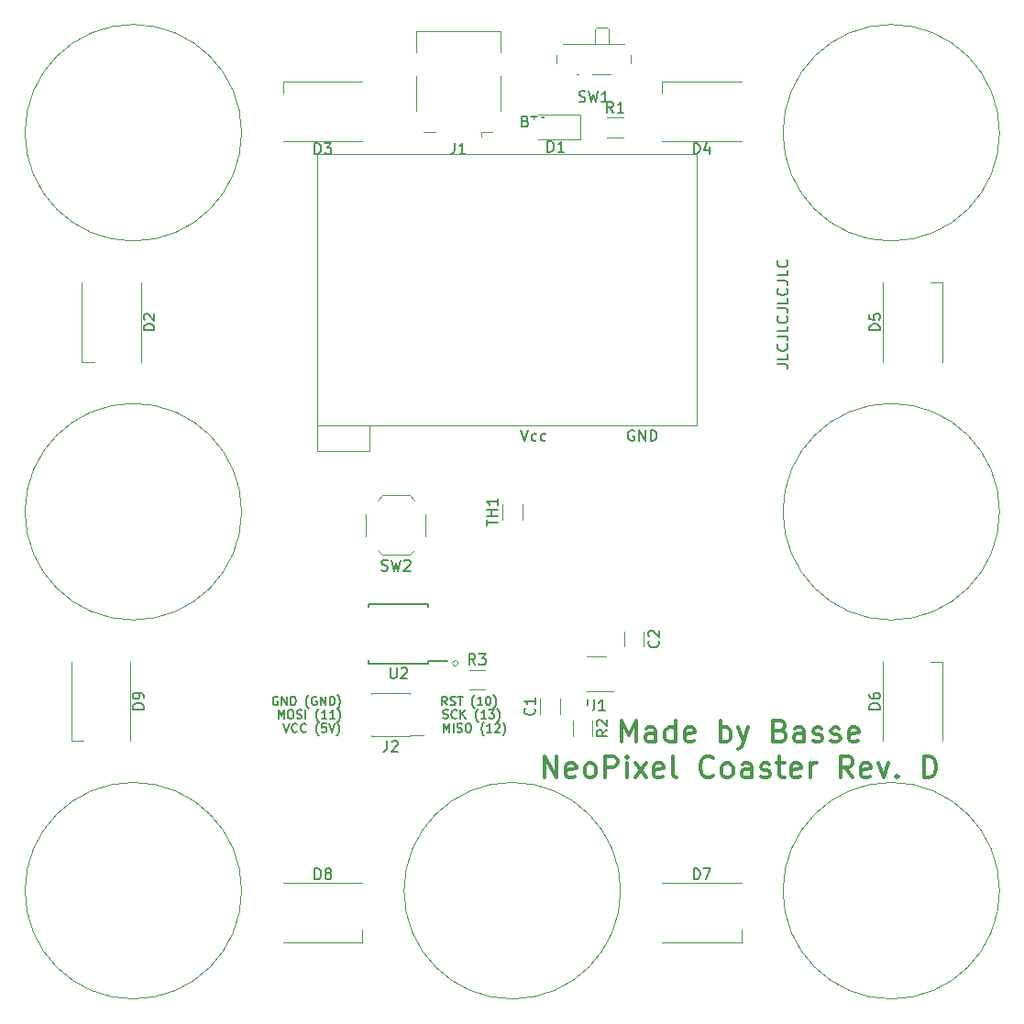
<source format=gto>
G04 #@! TF.GenerationSoftware,KiCad,Pcbnew,(5.1.8)-1*
G04 #@! TF.CreationDate,2021-04-18T14:37:25+02:00*
G04 #@! TF.ProjectId,Coaster_LiPo,436f6173-7465-4725-9f4c-69506f2e6b69,D*
G04 #@! TF.SameCoordinates,Original*
G04 #@! TF.FileFunction,Legend,Top*
G04 #@! TF.FilePolarity,Positive*
%FSLAX46Y46*%
G04 Gerber Fmt 4.6, Leading zero omitted, Abs format (unit mm)*
G04 Created by KiCad (PCBNEW (5.1.8)-1) date 2021-04-18 14:37:25*
%MOMM*%
%LPD*%
G01*
G04 APERTURE LIST*
%ADD10C,0.150000*%
%ADD11C,0.120000*%
%ADD12C,0.300000*%
%ADD13R,1.700000X1.000000*%
%ADD14R,1.700000X0.650000*%
%ADD15R,0.500000X2.000000*%
%ADD16R,2.000000X1.700000*%
%ADD17C,1.000000*%
%ADD18R,2.400000X0.740000*%
%ADD19R,1.060000X0.650000*%
%ADD20C,3.000000*%
%ADD21R,1.000000X1.500000*%
%ADD22R,1.500000X1.000000*%
%ADD23C,0.900000*%
%ADD24R,0.700000X1.500000*%
%ADD25R,1.000000X0.800000*%
G04 APERTURE END LIST*
D10*
X114452380Y-81369047D02*
X115166666Y-81369047D01*
X115309523Y-81416666D01*
X115404761Y-81511904D01*
X115452380Y-81654761D01*
X115452380Y-81750000D01*
X115452380Y-80416666D02*
X115452380Y-80892857D01*
X114452380Y-80892857D01*
X115357142Y-79511904D02*
X115404761Y-79559523D01*
X115452380Y-79702380D01*
X115452380Y-79797619D01*
X115404761Y-79940476D01*
X115309523Y-80035714D01*
X115214285Y-80083333D01*
X115023809Y-80130952D01*
X114880952Y-80130952D01*
X114690476Y-80083333D01*
X114595238Y-80035714D01*
X114500000Y-79940476D01*
X114452380Y-79797619D01*
X114452380Y-79702380D01*
X114500000Y-79559523D01*
X114547619Y-79511904D01*
X114452380Y-78797619D02*
X115166666Y-78797619D01*
X115309523Y-78845238D01*
X115404761Y-78940476D01*
X115452380Y-79083333D01*
X115452380Y-79178571D01*
X115452380Y-77845238D02*
X115452380Y-78321428D01*
X114452380Y-78321428D01*
X115357142Y-76940476D02*
X115404761Y-76988095D01*
X115452380Y-77130952D01*
X115452380Y-77226190D01*
X115404761Y-77369047D01*
X115309523Y-77464285D01*
X115214285Y-77511904D01*
X115023809Y-77559523D01*
X114880952Y-77559523D01*
X114690476Y-77511904D01*
X114595238Y-77464285D01*
X114500000Y-77369047D01*
X114452380Y-77226190D01*
X114452380Y-77130952D01*
X114500000Y-76988095D01*
X114547619Y-76940476D01*
X114452380Y-76226190D02*
X115166666Y-76226190D01*
X115309523Y-76273809D01*
X115404761Y-76369047D01*
X115452380Y-76511904D01*
X115452380Y-76607142D01*
X115452380Y-75273809D02*
X115452380Y-75750000D01*
X114452380Y-75750000D01*
X115357142Y-74369047D02*
X115404761Y-74416666D01*
X115452380Y-74559523D01*
X115452380Y-74654761D01*
X115404761Y-74797619D01*
X115309523Y-74892857D01*
X115214285Y-74940476D01*
X115023809Y-74988095D01*
X114880952Y-74988095D01*
X114690476Y-74940476D01*
X114595238Y-74892857D01*
X114500000Y-74797619D01*
X114452380Y-74654761D01*
X114452380Y-74559523D01*
X114500000Y-74416666D01*
X114547619Y-74369047D01*
X114452380Y-73654761D02*
X115166666Y-73654761D01*
X115309523Y-73702380D01*
X115404761Y-73797619D01*
X115452380Y-73940476D01*
X115452380Y-74035714D01*
X115452380Y-72702380D02*
X115452380Y-73178571D01*
X114452380Y-73178571D01*
X115357142Y-71797619D02*
X115404761Y-71845238D01*
X115452380Y-71988095D01*
X115452380Y-72083333D01*
X115404761Y-72226190D01*
X115309523Y-72321428D01*
X115214285Y-72369047D01*
X115023809Y-72416666D01*
X114880952Y-72416666D01*
X114690476Y-72369047D01*
X114595238Y-72321428D01*
X114500000Y-72226190D01*
X114452380Y-72083333D01*
X114452380Y-71988095D01*
X114500000Y-71845238D01*
X114547619Y-71797619D01*
D11*
X85000000Y-109000000D02*
G75*
G03*
X85000000Y-109000000I-250000J0D01*
G01*
D10*
X83642857Y-115361904D02*
X83642857Y-114561904D01*
X83909523Y-115133333D01*
X84176190Y-114561904D01*
X84176190Y-115361904D01*
X84557142Y-115361904D02*
X84557142Y-114561904D01*
X84900000Y-115323809D02*
X85014285Y-115361904D01*
X85204761Y-115361904D01*
X85280952Y-115323809D01*
X85319047Y-115285714D01*
X85357142Y-115209523D01*
X85357142Y-115133333D01*
X85319047Y-115057142D01*
X85280952Y-115019047D01*
X85204761Y-114980952D01*
X85052380Y-114942857D01*
X84976190Y-114904761D01*
X84938095Y-114866666D01*
X84900000Y-114790476D01*
X84900000Y-114714285D01*
X84938095Y-114638095D01*
X84976190Y-114600000D01*
X85052380Y-114561904D01*
X85242857Y-114561904D01*
X85357142Y-114600000D01*
X85852380Y-114561904D02*
X86004761Y-114561904D01*
X86080952Y-114600000D01*
X86157142Y-114676190D01*
X86195238Y-114828571D01*
X86195238Y-115095238D01*
X86157142Y-115247619D01*
X86080952Y-115323809D01*
X86004761Y-115361904D01*
X85852380Y-115361904D01*
X85776190Y-115323809D01*
X85700000Y-115247619D01*
X85661904Y-115095238D01*
X85661904Y-114828571D01*
X85700000Y-114676190D01*
X85776190Y-114600000D01*
X85852380Y-114561904D01*
X87376190Y-115666666D02*
X87338095Y-115628571D01*
X87261904Y-115514285D01*
X87223809Y-115438095D01*
X87185714Y-115323809D01*
X87147619Y-115133333D01*
X87147619Y-114980952D01*
X87185714Y-114790476D01*
X87223809Y-114676190D01*
X87261904Y-114600000D01*
X87338095Y-114485714D01*
X87376190Y-114447619D01*
X88100000Y-115361904D02*
X87642857Y-115361904D01*
X87871428Y-115361904D02*
X87871428Y-114561904D01*
X87795238Y-114676190D01*
X87719047Y-114752380D01*
X87642857Y-114790476D01*
X88404761Y-114638095D02*
X88442857Y-114600000D01*
X88519047Y-114561904D01*
X88709523Y-114561904D01*
X88785714Y-114600000D01*
X88823809Y-114638095D01*
X88861904Y-114714285D01*
X88861904Y-114790476D01*
X88823809Y-114904761D01*
X88366666Y-115361904D01*
X88861904Y-115361904D01*
X89128571Y-115666666D02*
X89166666Y-115628571D01*
X89242857Y-115514285D01*
X89280952Y-115438095D01*
X89319047Y-115323809D01*
X89357142Y-115133333D01*
X89357142Y-114980952D01*
X89319047Y-114790476D01*
X89280952Y-114676190D01*
X89242857Y-114600000D01*
X89166666Y-114485714D01*
X89128571Y-114447619D01*
X83621428Y-114073809D02*
X83735714Y-114111904D01*
X83926190Y-114111904D01*
X84002380Y-114073809D01*
X84040476Y-114035714D01*
X84078571Y-113959523D01*
X84078571Y-113883333D01*
X84040476Y-113807142D01*
X84002380Y-113769047D01*
X83926190Y-113730952D01*
X83773809Y-113692857D01*
X83697619Y-113654761D01*
X83659523Y-113616666D01*
X83621428Y-113540476D01*
X83621428Y-113464285D01*
X83659523Y-113388095D01*
X83697619Y-113350000D01*
X83773809Y-113311904D01*
X83964285Y-113311904D01*
X84078571Y-113350000D01*
X84878571Y-114035714D02*
X84840476Y-114073809D01*
X84726190Y-114111904D01*
X84650000Y-114111904D01*
X84535714Y-114073809D01*
X84459523Y-113997619D01*
X84421428Y-113921428D01*
X84383333Y-113769047D01*
X84383333Y-113654761D01*
X84421428Y-113502380D01*
X84459523Y-113426190D01*
X84535714Y-113350000D01*
X84650000Y-113311904D01*
X84726190Y-113311904D01*
X84840476Y-113350000D01*
X84878571Y-113388095D01*
X85221428Y-114111904D02*
X85221428Y-113311904D01*
X85678571Y-114111904D02*
X85335714Y-113654761D01*
X85678571Y-113311904D02*
X85221428Y-113769047D01*
X86859523Y-114416666D02*
X86821428Y-114378571D01*
X86745238Y-114264285D01*
X86707142Y-114188095D01*
X86669047Y-114073809D01*
X86630952Y-113883333D01*
X86630952Y-113730952D01*
X86669047Y-113540476D01*
X86707142Y-113426190D01*
X86745238Y-113350000D01*
X86821428Y-113235714D01*
X86859523Y-113197619D01*
X87583333Y-114111904D02*
X87126190Y-114111904D01*
X87354761Y-114111904D02*
X87354761Y-113311904D01*
X87278571Y-113426190D01*
X87202380Y-113502380D01*
X87126190Y-113540476D01*
X87850000Y-113311904D02*
X88345238Y-113311904D01*
X88078571Y-113616666D01*
X88192857Y-113616666D01*
X88269047Y-113654761D01*
X88307142Y-113692857D01*
X88345238Y-113769047D01*
X88345238Y-113959523D01*
X88307142Y-114035714D01*
X88269047Y-114073809D01*
X88192857Y-114111904D01*
X87964285Y-114111904D01*
X87888095Y-114073809D01*
X87850000Y-114035714D01*
X88611904Y-114416666D02*
X88650000Y-114378571D01*
X88726190Y-114264285D01*
X88764285Y-114188095D01*
X88802380Y-114073809D01*
X88840476Y-113883333D01*
X88840476Y-113730952D01*
X88802380Y-113540476D01*
X88764285Y-113426190D01*
X88726190Y-113350000D01*
X88650000Y-113235714D01*
X88611904Y-113197619D01*
X83961904Y-112861904D02*
X83695238Y-112480952D01*
X83504761Y-112861904D02*
X83504761Y-112061904D01*
X83809523Y-112061904D01*
X83885714Y-112100000D01*
X83923809Y-112138095D01*
X83961904Y-112214285D01*
X83961904Y-112328571D01*
X83923809Y-112404761D01*
X83885714Y-112442857D01*
X83809523Y-112480952D01*
X83504761Y-112480952D01*
X84266666Y-112823809D02*
X84380952Y-112861904D01*
X84571428Y-112861904D01*
X84647619Y-112823809D01*
X84685714Y-112785714D01*
X84723809Y-112709523D01*
X84723809Y-112633333D01*
X84685714Y-112557142D01*
X84647619Y-112519047D01*
X84571428Y-112480952D01*
X84419047Y-112442857D01*
X84342857Y-112404761D01*
X84304761Y-112366666D01*
X84266666Y-112290476D01*
X84266666Y-112214285D01*
X84304761Y-112138095D01*
X84342857Y-112100000D01*
X84419047Y-112061904D01*
X84609523Y-112061904D01*
X84723809Y-112100000D01*
X84952380Y-112061904D02*
X85409523Y-112061904D01*
X85180952Y-112861904D02*
X85180952Y-112061904D01*
X86514285Y-113166666D02*
X86476190Y-113128571D01*
X86400000Y-113014285D01*
X86361904Y-112938095D01*
X86323809Y-112823809D01*
X86285714Y-112633333D01*
X86285714Y-112480952D01*
X86323809Y-112290476D01*
X86361904Y-112176190D01*
X86400000Y-112100000D01*
X86476190Y-111985714D01*
X86514285Y-111947619D01*
X87238095Y-112861904D02*
X86780952Y-112861904D01*
X87009523Y-112861904D02*
X87009523Y-112061904D01*
X86933333Y-112176190D01*
X86857142Y-112252380D01*
X86780952Y-112290476D01*
X87733333Y-112061904D02*
X87809523Y-112061904D01*
X87885714Y-112100000D01*
X87923809Y-112138095D01*
X87961904Y-112214285D01*
X88000000Y-112366666D01*
X88000000Y-112557142D01*
X87961904Y-112709523D01*
X87923809Y-112785714D01*
X87885714Y-112823809D01*
X87809523Y-112861904D01*
X87733333Y-112861904D01*
X87657142Y-112823809D01*
X87619047Y-112785714D01*
X87580952Y-112709523D01*
X87542857Y-112557142D01*
X87542857Y-112366666D01*
X87580952Y-112214285D01*
X87619047Y-112138095D01*
X87657142Y-112100000D01*
X87733333Y-112061904D01*
X88266666Y-113166666D02*
X88304761Y-113128571D01*
X88380952Y-113014285D01*
X88419047Y-112938095D01*
X88457142Y-112823809D01*
X88495238Y-112633333D01*
X88495238Y-112480952D01*
X88457142Y-112290476D01*
X88419047Y-112176190D01*
X88380952Y-112100000D01*
X88304761Y-111985714D01*
X88266666Y-111947619D01*
X68871428Y-114561904D02*
X69138095Y-115361904D01*
X69404761Y-114561904D01*
X70128571Y-115285714D02*
X70090476Y-115323809D01*
X69976190Y-115361904D01*
X69900000Y-115361904D01*
X69785714Y-115323809D01*
X69709523Y-115247619D01*
X69671428Y-115171428D01*
X69633333Y-115019047D01*
X69633333Y-114904761D01*
X69671428Y-114752380D01*
X69709523Y-114676190D01*
X69785714Y-114600000D01*
X69900000Y-114561904D01*
X69976190Y-114561904D01*
X70090476Y-114600000D01*
X70128571Y-114638095D01*
X70928571Y-115285714D02*
X70890476Y-115323809D01*
X70776190Y-115361904D01*
X70700000Y-115361904D01*
X70585714Y-115323809D01*
X70509523Y-115247619D01*
X70471428Y-115171428D01*
X70433333Y-115019047D01*
X70433333Y-114904761D01*
X70471428Y-114752380D01*
X70509523Y-114676190D01*
X70585714Y-114600000D01*
X70700000Y-114561904D01*
X70776190Y-114561904D01*
X70890476Y-114600000D01*
X70928571Y-114638095D01*
X72109523Y-115666666D02*
X72071428Y-115628571D01*
X71995238Y-115514285D01*
X71957142Y-115438095D01*
X71919047Y-115323809D01*
X71880952Y-115133333D01*
X71880952Y-114980952D01*
X71919047Y-114790476D01*
X71957142Y-114676190D01*
X71995238Y-114600000D01*
X72071428Y-114485714D01*
X72109523Y-114447619D01*
X72795238Y-114561904D02*
X72414285Y-114561904D01*
X72376190Y-114942857D01*
X72414285Y-114904761D01*
X72490476Y-114866666D01*
X72680952Y-114866666D01*
X72757142Y-114904761D01*
X72795238Y-114942857D01*
X72833333Y-115019047D01*
X72833333Y-115209523D01*
X72795238Y-115285714D01*
X72757142Y-115323809D01*
X72680952Y-115361904D01*
X72490476Y-115361904D01*
X72414285Y-115323809D01*
X72376190Y-115285714D01*
X73061904Y-114561904D02*
X73328571Y-115361904D01*
X73595238Y-114561904D01*
X73785714Y-115666666D02*
X73823809Y-115628571D01*
X73900000Y-115514285D01*
X73938095Y-115438095D01*
X73976190Y-115323809D01*
X74014285Y-115133333D01*
X74014285Y-114980952D01*
X73976190Y-114790476D01*
X73938095Y-114676190D01*
X73900000Y-114600000D01*
X73823809Y-114485714D01*
X73785714Y-114447619D01*
X68392857Y-114111904D02*
X68392857Y-113311904D01*
X68659523Y-113883333D01*
X68926190Y-113311904D01*
X68926190Y-114111904D01*
X69459523Y-113311904D02*
X69611904Y-113311904D01*
X69688095Y-113350000D01*
X69764285Y-113426190D01*
X69802380Y-113578571D01*
X69802380Y-113845238D01*
X69764285Y-113997619D01*
X69688095Y-114073809D01*
X69611904Y-114111904D01*
X69459523Y-114111904D01*
X69383333Y-114073809D01*
X69307142Y-113997619D01*
X69269047Y-113845238D01*
X69269047Y-113578571D01*
X69307142Y-113426190D01*
X69383333Y-113350000D01*
X69459523Y-113311904D01*
X70107142Y-114073809D02*
X70221428Y-114111904D01*
X70411904Y-114111904D01*
X70488095Y-114073809D01*
X70526190Y-114035714D01*
X70564285Y-113959523D01*
X70564285Y-113883333D01*
X70526190Y-113807142D01*
X70488095Y-113769047D01*
X70411904Y-113730952D01*
X70259523Y-113692857D01*
X70183333Y-113654761D01*
X70145238Y-113616666D01*
X70107142Y-113540476D01*
X70107142Y-113464285D01*
X70145238Y-113388095D01*
X70183333Y-113350000D01*
X70259523Y-113311904D01*
X70450000Y-113311904D01*
X70564285Y-113350000D01*
X70907142Y-114111904D02*
X70907142Y-113311904D01*
X72126190Y-114416666D02*
X72088095Y-114378571D01*
X72011904Y-114264285D01*
X71973809Y-114188095D01*
X71935714Y-114073809D01*
X71897619Y-113883333D01*
X71897619Y-113730952D01*
X71935714Y-113540476D01*
X71973809Y-113426190D01*
X72011904Y-113350000D01*
X72088095Y-113235714D01*
X72126190Y-113197619D01*
X72850000Y-114111904D02*
X72392857Y-114111904D01*
X72621428Y-114111904D02*
X72621428Y-113311904D01*
X72545238Y-113426190D01*
X72469047Y-113502380D01*
X72392857Y-113540476D01*
X73611904Y-114111904D02*
X73154761Y-114111904D01*
X73383333Y-114111904D02*
X73383333Y-113311904D01*
X73307142Y-113426190D01*
X73230952Y-113502380D01*
X73154761Y-113540476D01*
X73878571Y-114416666D02*
X73916666Y-114378571D01*
X73992857Y-114264285D01*
X74030952Y-114188095D01*
X74069047Y-114073809D01*
X74107142Y-113883333D01*
X74107142Y-113730952D01*
X74069047Y-113540476D01*
X74030952Y-113426190D01*
X73992857Y-113350000D01*
X73916666Y-113235714D01*
X73878571Y-113197619D01*
X68333333Y-112100000D02*
X68257142Y-112061904D01*
X68142857Y-112061904D01*
X68028571Y-112100000D01*
X67952380Y-112176190D01*
X67914285Y-112252380D01*
X67876190Y-112404761D01*
X67876190Y-112519047D01*
X67914285Y-112671428D01*
X67952380Y-112747619D01*
X68028571Y-112823809D01*
X68142857Y-112861904D01*
X68219047Y-112861904D01*
X68333333Y-112823809D01*
X68371428Y-112785714D01*
X68371428Y-112519047D01*
X68219047Y-112519047D01*
X68714285Y-112861904D02*
X68714285Y-112061904D01*
X69171428Y-112861904D01*
X69171428Y-112061904D01*
X69552380Y-112861904D02*
X69552380Y-112061904D01*
X69742857Y-112061904D01*
X69857142Y-112100000D01*
X69933333Y-112176190D01*
X69971428Y-112252380D01*
X70009523Y-112404761D01*
X70009523Y-112519047D01*
X69971428Y-112671428D01*
X69933333Y-112747619D01*
X69857142Y-112823809D01*
X69742857Y-112861904D01*
X69552380Y-112861904D01*
X71190476Y-113166666D02*
X71152380Y-113128571D01*
X71076190Y-113014285D01*
X71038095Y-112938095D01*
X71000000Y-112823809D01*
X70961904Y-112633333D01*
X70961904Y-112480952D01*
X71000000Y-112290476D01*
X71038095Y-112176190D01*
X71076190Y-112100000D01*
X71152380Y-111985714D01*
X71190476Y-111947619D01*
X71914285Y-112100000D02*
X71838095Y-112061904D01*
X71723809Y-112061904D01*
X71609523Y-112100000D01*
X71533333Y-112176190D01*
X71495238Y-112252380D01*
X71457142Y-112404761D01*
X71457142Y-112519047D01*
X71495238Y-112671428D01*
X71533333Y-112747619D01*
X71609523Y-112823809D01*
X71723809Y-112861904D01*
X71800000Y-112861904D01*
X71914285Y-112823809D01*
X71952380Y-112785714D01*
X71952380Y-112519047D01*
X71800000Y-112519047D01*
X72295238Y-112861904D02*
X72295238Y-112061904D01*
X72752380Y-112861904D01*
X72752380Y-112061904D01*
X73133333Y-112861904D02*
X73133333Y-112061904D01*
X73323809Y-112061904D01*
X73438095Y-112100000D01*
X73514285Y-112176190D01*
X73552380Y-112252380D01*
X73590476Y-112404761D01*
X73590476Y-112519047D01*
X73552380Y-112671428D01*
X73514285Y-112747619D01*
X73438095Y-112823809D01*
X73323809Y-112861904D01*
X73133333Y-112861904D01*
X73857142Y-113166666D02*
X73895238Y-113128571D01*
X73971428Y-113014285D01*
X74009523Y-112938095D01*
X74047619Y-112823809D01*
X74085714Y-112633333D01*
X74085714Y-112480952D01*
X74047619Y-112290476D01*
X74009523Y-112176190D01*
X73971428Y-112100000D01*
X73895238Y-111985714D01*
X73857142Y-111947619D01*
D12*
X100095238Y-116254761D02*
X100095238Y-114254761D01*
X100761904Y-115683333D01*
X101428571Y-114254761D01*
X101428571Y-116254761D01*
X103238095Y-116254761D02*
X103238095Y-115207142D01*
X103142857Y-115016666D01*
X102952380Y-114921428D01*
X102571428Y-114921428D01*
X102380952Y-115016666D01*
X103238095Y-116159523D02*
X103047619Y-116254761D01*
X102571428Y-116254761D01*
X102380952Y-116159523D01*
X102285714Y-115969047D01*
X102285714Y-115778571D01*
X102380952Y-115588095D01*
X102571428Y-115492857D01*
X103047619Y-115492857D01*
X103238095Y-115397619D01*
X105047619Y-116254761D02*
X105047619Y-114254761D01*
X105047619Y-116159523D02*
X104857142Y-116254761D01*
X104476190Y-116254761D01*
X104285714Y-116159523D01*
X104190476Y-116064285D01*
X104095238Y-115873809D01*
X104095238Y-115302380D01*
X104190476Y-115111904D01*
X104285714Y-115016666D01*
X104476190Y-114921428D01*
X104857142Y-114921428D01*
X105047619Y-115016666D01*
X106761904Y-116159523D02*
X106571428Y-116254761D01*
X106190476Y-116254761D01*
X105999999Y-116159523D01*
X105904761Y-115969047D01*
X105904761Y-115207142D01*
X105999999Y-115016666D01*
X106190476Y-114921428D01*
X106571428Y-114921428D01*
X106761904Y-115016666D01*
X106857142Y-115207142D01*
X106857142Y-115397619D01*
X105904761Y-115588095D01*
X109238095Y-116254761D02*
X109238095Y-114254761D01*
X109238095Y-115016666D02*
X109428571Y-114921428D01*
X109809523Y-114921428D01*
X110000000Y-115016666D01*
X110095238Y-115111904D01*
X110190476Y-115302380D01*
X110190476Y-115873809D01*
X110095238Y-116064285D01*
X110000000Y-116159523D01*
X109809523Y-116254761D01*
X109428571Y-116254761D01*
X109238095Y-116159523D01*
X110857142Y-114921428D02*
X111333333Y-116254761D01*
X111809523Y-114921428D02*
X111333333Y-116254761D01*
X111142857Y-116730952D01*
X111047619Y-116826190D01*
X110857142Y-116921428D01*
X114761904Y-115207142D02*
X115047619Y-115302380D01*
X115142857Y-115397619D01*
X115238095Y-115588095D01*
X115238095Y-115873809D01*
X115142857Y-116064285D01*
X115047619Y-116159523D01*
X114857142Y-116254761D01*
X114095238Y-116254761D01*
X114095238Y-114254761D01*
X114761904Y-114254761D01*
X114952380Y-114350000D01*
X115047619Y-114445238D01*
X115142857Y-114635714D01*
X115142857Y-114826190D01*
X115047619Y-115016666D01*
X114952380Y-115111904D01*
X114761904Y-115207142D01*
X114095238Y-115207142D01*
X116952380Y-116254761D02*
X116952380Y-115207142D01*
X116857142Y-115016666D01*
X116666666Y-114921428D01*
X116285714Y-114921428D01*
X116095238Y-115016666D01*
X116952380Y-116159523D02*
X116761904Y-116254761D01*
X116285714Y-116254761D01*
X116095238Y-116159523D01*
X116000000Y-115969047D01*
X116000000Y-115778571D01*
X116095238Y-115588095D01*
X116285714Y-115492857D01*
X116761904Y-115492857D01*
X116952380Y-115397619D01*
X117809523Y-116159523D02*
X118000000Y-116254761D01*
X118380952Y-116254761D01*
X118571428Y-116159523D01*
X118666666Y-115969047D01*
X118666666Y-115873809D01*
X118571428Y-115683333D01*
X118380952Y-115588095D01*
X118095238Y-115588095D01*
X117904761Y-115492857D01*
X117809523Y-115302380D01*
X117809523Y-115207142D01*
X117904761Y-115016666D01*
X118095238Y-114921428D01*
X118380952Y-114921428D01*
X118571428Y-115016666D01*
X119428571Y-116159523D02*
X119619047Y-116254761D01*
X120000000Y-116254761D01*
X120190476Y-116159523D01*
X120285714Y-115969047D01*
X120285714Y-115873809D01*
X120190476Y-115683333D01*
X120000000Y-115588095D01*
X119714285Y-115588095D01*
X119523809Y-115492857D01*
X119428571Y-115302380D01*
X119428571Y-115207142D01*
X119523809Y-115016666D01*
X119714285Y-114921428D01*
X120000000Y-114921428D01*
X120190476Y-115016666D01*
X121904761Y-116159523D02*
X121714285Y-116254761D01*
X121333333Y-116254761D01*
X121142857Y-116159523D01*
X121047619Y-115969047D01*
X121047619Y-115207142D01*
X121142857Y-115016666D01*
X121333333Y-114921428D01*
X121714285Y-114921428D01*
X121904761Y-115016666D01*
X122000000Y-115207142D01*
X122000000Y-115397619D01*
X121047619Y-115588095D01*
X92952380Y-119554761D02*
X92952380Y-117554761D01*
X94095238Y-119554761D01*
X94095238Y-117554761D01*
X95809523Y-119459523D02*
X95619047Y-119554761D01*
X95238095Y-119554761D01*
X95047619Y-119459523D01*
X94952380Y-119269047D01*
X94952380Y-118507142D01*
X95047619Y-118316666D01*
X95238095Y-118221428D01*
X95619047Y-118221428D01*
X95809523Y-118316666D01*
X95904761Y-118507142D01*
X95904761Y-118697619D01*
X94952380Y-118888095D01*
X97047619Y-119554761D02*
X96857142Y-119459523D01*
X96761904Y-119364285D01*
X96666666Y-119173809D01*
X96666666Y-118602380D01*
X96761904Y-118411904D01*
X96857142Y-118316666D01*
X97047619Y-118221428D01*
X97333333Y-118221428D01*
X97523809Y-118316666D01*
X97619047Y-118411904D01*
X97714285Y-118602380D01*
X97714285Y-119173809D01*
X97619047Y-119364285D01*
X97523809Y-119459523D01*
X97333333Y-119554761D01*
X97047619Y-119554761D01*
X98571428Y-119554761D02*
X98571428Y-117554761D01*
X99333333Y-117554761D01*
X99523809Y-117650000D01*
X99619047Y-117745238D01*
X99714285Y-117935714D01*
X99714285Y-118221428D01*
X99619047Y-118411904D01*
X99523809Y-118507142D01*
X99333333Y-118602380D01*
X98571428Y-118602380D01*
X100571428Y-119554761D02*
X100571428Y-118221428D01*
X100571428Y-117554761D02*
X100476190Y-117650000D01*
X100571428Y-117745238D01*
X100666666Y-117650000D01*
X100571428Y-117554761D01*
X100571428Y-117745238D01*
X101333333Y-119554761D02*
X102380952Y-118221428D01*
X101333333Y-118221428D02*
X102380952Y-119554761D01*
X103904761Y-119459523D02*
X103714285Y-119554761D01*
X103333333Y-119554761D01*
X103142857Y-119459523D01*
X103047619Y-119269047D01*
X103047619Y-118507142D01*
X103142857Y-118316666D01*
X103333333Y-118221428D01*
X103714285Y-118221428D01*
X103904761Y-118316666D01*
X104000000Y-118507142D01*
X104000000Y-118697619D01*
X103047619Y-118888095D01*
X105142857Y-119554761D02*
X104952380Y-119459523D01*
X104857142Y-119269047D01*
X104857142Y-117554761D01*
X108571428Y-119364285D02*
X108476190Y-119459523D01*
X108190476Y-119554761D01*
X108000000Y-119554761D01*
X107714285Y-119459523D01*
X107523809Y-119269047D01*
X107428571Y-119078571D01*
X107333333Y-118697619D01*
X107333333Y-118411904D01*
X107428571Y-118030952D01*
X107523809Y-117840476D01*
X107714285Y-117650000D01*
X108000000Y-117554761D01*
X108190476Y-117554761D01*
X108476190Y-117650000D01*
X108571428Y-117745238D01*
X109714285Y-119554761D02*
X109523809Y-119459523D01*
X109428571Y-119364285D01*
X109333333Y-119173809D01*
X109333333Y-118602380D01*
X109428571Y-118411904D01*
X109523809Y-118316666D01*
X109714285Y-118221428D01*
X110000000Y-118221428D01*
X110190476Y-118316666D01*
X110285714Y-118411904D01*
X110380952Y-118602380D01*
X110380952Y-119173809D01*
X110285714Y-119364285D01*
X110190476Y-119459523D01*
X110000000Y-119554761D01*
X109714285Y-119554761D01*
X112095238Y-119554761D02*
X112095238Y-118507142D01*
X112000000Y-118316666D01*
X111809523Y-118221428D01*
X111428571Y-118221428D01*
X111238095Y-118316666D01*
X112095238Y-119459523D02*
X111904761Y-119554761D01*
X111428571Y-119554761D01*
X111238095Y-119459523D01*
X111142857Y-119269047D01*
X111142857Y-119078571D01*
X111238095Y-118888095D01*
X111428571Y-118792857D01*
X111904761Y-118792857D01*
X112095238Y-118697619D01*
X112952380Y-119459523D02*
X113142857Y-119554761D01*
X113523809Y-119554761D01*
X113714285Y-119459523D01*
X113809523Y-119269047D01*
X113809523Y-119173809D01*
X113714285Y-118983333D01*
X113523809Y-118888095D01*
X113238095Y-118888095D01*
X113047619Y-118792857D01*
X112952380Y-118602380D01*
X112952380Y-118507142D01*
X113047619Y-118316666D01*
X113238095Y-118221428D01*
X113523809Y-118221428D01*
X113714285Y-118316666D01*
X114380952Y-118221428D02*
X115142857Y-118221428D01*
X114666666Y-117554761D02*
X114666666Y-119269047D01*
X114761904Y-119459523D01*
X114952380Y-119554761D01*
X115142857Y-119554761D01*
X116571428Y-119459523D02*
X116380952Y-119554761D01*
X116000000Y-119554761D01*
X115809523Y-119459523D01*
X115714285Y-119269047D01*
X115714285Y-118507142D01*
X115809523Y-118316666D01*
X116000000Y-118221428D01*
X116380952Y-118221428D01*
X116571428Y-118316666D01*
X116666666Y-118507142D01*
X116666666Y-118697619D01*
X115714285Y-118888095D01*
X117523809Y-119554761D02*
X117523809Y-118221428D01*
X117523809Y-118602380D02*
X117619047Y-118411904D01*
X117714285Y-118316666D01*
X117904761Y-118221428D01*
X118095238Y-118221428D01*
X121428571Y-119554761D02*
X120761904Y-118602380D01*
X120285714Y-119554761D02*
X120285714Y-117554761D01*
X121047619Y-117554761D01*
X121238095Y-117650000D01*
X121333333Y-117745238D01*
X121428571Y-117935714D01*
X121428571Y-118221428D01*
X121333333Y-118411904D01*
X121238095Y-118507142D01*
X121047619Y-118602380D01*
X120285714Y-118602380D01*
X123047619Y-119459523D02*
X122857142Y-119554761D01*
X122476190Y-119554761D01*
X122285714Y-119459523D01*
X122190476Y-119269047D01*
X122190476Y-118507142D01*
X122285714Y-118316666D01*
X122476190Y-118221428D01*
X122857142Y-118221428D01*
X123047619Y-118316666D01*
X123142857Y-118507142D01*
X123142857Y-118697619D01*
X122190476Y-118888095D01*
X123809523Y-118221428D02*
X124285714Y-119554761D01*
X124761904Y-118221428D01*
X125523809Y-119364285D02*
X125619047Y-119459523D01*
X125523809Y-119554761D01*
X125428571Y-119459523D01*
X125523809Y-119364285D01*
X125523809Y-119554761D01*
X128000000Y-119554761D02*
X128000000Y-117554761D01*
X128476190Y-117554761D01*
X128761904Y-117650000D01*
X128952380Y-117840476D01*
X129047619Y-118030952D01*
X129142857Y-118411904D01*
X129142857Y-118697619D01*
X129047619Y-119078571D01*
X128952380Y-119269047D01*
X128761904Y-119459523D01*
X128476190Y-119554761D01*
X128000000Y-119554761D01*
D10*
X101238095Y-87500000D02*
X101142857Y-87452380D01*
X101000000Y-87452380D01*
X100857142Y-87500000D01*
X100761904Y-87595238D01*
X100714285Y-87690476D01*
X100666666Y-87880952D01*
X100666666Y-88023809D01*
X100714285Y-88214285D01*
X100761904Y-88309523D01*
X100857142Y-88404761D01*
X101000000Y-88452380D01*
X101095238Y-88452380D01*
X101238095Y-88404761D01*
X101285714Y-88357142D01*
X101285714Y-88023809D01*
X101095238Y-88023809D01*
X101714285Y-88452380D02*
X101714285Y-87452380D01*
X102285714Y-88452380D01*
X102285714Y-87452380D01*
X102761904Y-88452380D02*
X102761904Y-87452380D01*
X103000000Y-87452380D01*
X103142857Y-87500000D01*
X103238095Y-87595238D01*
X103285714Y-87690476D01*
X103333333Y-87880952D01*
X103333333Y-88023809D01*
X103285714Y-88214285D01*
X103238095Y-88309523D01*
X103142857Y-88404761D01*
X103000000Y-88452380D01*
X102761904Y-88452380D01*
X90809523Y-87452380D02*
X91142857Y-88452380D01*
X91476190Y-87452380D01*
X92238095Y-88404761D02*
X92142857Y-88452380D01*
X91952380Y-88452380D01*
X91857142Y-88404761D01*
X91809523Y-88357142D01*
X91761904Y-88261904D01*
X91761904Y-87976190D01*
X91809523Y-87880952D01*
X91857142Y-87833333D01*
X91952380Y-87785714D01*
X92142857Y-87785714D01*
X92238095Y-87833333D01*
X93095238Y-88404761D02*
X93000000Y-88452380D01*
X92809523Y-88452380D01*
X92714285Y-88404761D01*
X92666666Y-88357142D01*
X92619047Y-88261904D01*
X92619047Y-87976190D01*
X92666666Y-87880952D01*
X92714285Y-87833333D01*
X92809523Y-87785714D01*
X93000000Y-87785714D01*
X93095238Y-87833333D01*
D11*
X80500000Y-99000000D02*
X78000000Y-99000000D01*
X82000000Y-97250000D02*
X82000000Y-95250000D01*
X80500000Y-93500000D02*
X78000000Y-93500000D01*
X76500000Y-97250000D02*
X76500000Y-95250000D01*
X80950000Y-98550000D02*
X80500000Y-99000000D01*
X77550000Y-98550000D02*
X78000000Y-99000000D01*
X77550000Y-93950000D02*
X78000000Y-93500000D01*
X80950000Y-93950000D02*
X80500000Y-93500000D01*
X65000000Y-95000000D02*
G75*
G03*
X65000000Y-95000000I-10000000J0D01*
G01*
X135000000Y-95000000D02*
G75*
G03*
X135000000Y-95000000I-10000000J0D01*
G01*
X100000000Y-130000000D02*
G75*
G03*
X100000000Y-130000000I-10000000J0D01*
G01*
X135000000Y-130000000D02*
G75*
G03*
X135000000Y-130000000I-10000000J0D01*
G01*
X65000000Y-130000000D02*
G75*
G03*
X65000000Y-130000000I-10000000J0D01*
G01*
X135000000Y-60000000D02*
G75*
G03*
X135000000Y-60000000I-10000000J0D01*
G01*
X65000000Y-60000000D02*
G75*
G03*
X65000000Y-60000000I-10000000J0D01*
G01*
X102160000Y-106038748D02*
X102160000Y-107461252D01*
X100340000Y-106038748D02*
X100340000Y-107461252D01*
D10*
X82250000Y-109005000D02*
X82250000Y-108800000D01*
X76750000Y-109005000D02*
X76750000Y-108705000D01*
X76750000Y-103495000D02*
X76750000Y-103795000D01*
X82250000Y-103495000D02*
X82250000Y-103795000D01*
X82250000Y-109005000D02*
X76750000Y-109005000D01*
X82250000Y-103495000D02*
X76750000Y-103495000D01*
X82250000Y-108800000D02*
X84000000Y-108800000D01*
D11*
X88910000Y-50590000D02*
X88910000Y-52540000D01*
X88910000Y-54760000D02*
X88910000Y-57990000D01*
X88190000Y-59910000D02*
X87110000Y-59910000D01*
X82890000Y-59910000D02*
X81810000Y-59910000D01*
X81090000Y-54760000D02*
X81090000Y-57990000D01*
X81090000Y-50590000D02*
X81090000Y-52540000D01*
X87110000Y-59910000D02*
X87110000Y-60340000D01*
X81090000Y-50590000D02*
X88910000Y-50590000D01*
X94410000Y-113711252D02*
X94410000Y-112288748D01*
X92590000Y-113711252D02*
X92590000Y-112288748D01*
X80515000Y-115715000D02*
X76985000Y-115715000D01*
X80515000Y-111785000D02*
X76985000Y-111785000D01*
X81840000Y-115650000D02*
X80515000Y-115650000D01*
X80515000Y-115715000D02*
X80515000Y-115650000D01*
X76985000Y-115715000D02*
X76985000Y-115650000D01*
X80515000Y-111850000D02*
X80515000Y-111785000D01*
X76985000Y-111850000D02*
X76985000Y-111785000D01*
X98772936Y-60410000D02*
X100227064Y-60410000D01*
X98772936Y-58590000D02*
X100227064Y-58590000D01*
X97410000Y-114272936D02*
X97410000Y-115727064D01*
X95590000Y-114272936D02*
X95590000Y-115727064D01*
X86022936Y-111410000D02*
X87477064Y-111410000D01*
X86022936Y-109590000D02*
X87477064Y-109590000D01*
X89090000Y-95727064D02*
X89090000Y-94272936D01*
X90910000Y-95727064D02*
X90910000Y-94272936D01*
X98650000Y-108390000D02*
X96850000Y-108390000D01*
X96850000Y-111610000D02*
X99300000Y-111610000D01*
X72000000Y-62000000D02*
X107000000Y-62000000D01*
X72000000Y-62000000D02*
X72000000Y-87000000D01*
X72000000Y-87000000D02*
X107000000Y-87000000D01*
X107000000Y-62000000D02*
X107000000Y-87000000D01*
X72000000Y-87000000D02*
X72000000Y-89400000D01*
X72000000Y-89400000D02*
X76800000Y-89400000D01*
X76800000Y-89400000D02*
X76800000Y-87000000D01*
X50250000Y-81150000D02*
X51400000Y-81150000D01*
X50250000Y-73850000D02*
X50250000Y-81150000D01*
X55750000Y-73850000D02*
X55750000Y-81150000D01*
X76150000Y-60750000D02*
X68850000Y-60750000D01*
X76150000Y-55250000D02*
X68850000Y-55250000D01*
X68850000Y-55250000D02*
X68850000Y-56400000D01*
X103850000Y-55250000D02*
X103850000Y-56400000D01*
X111150000Y-55250000D02*
X103850000Y-55250000D01*
X111150000Y-60750000D02*
X103850000Y-60750000D01*
X124250000Y-81150000D02*
X124250000Y-73850000D01*
X129750000Y-81150000D02*
X129750000Y-73850000D01*
X129750000Y-73850000D02*
X128600000Y-73850000D01*
X96100000Y-54620000D02*
X95900000Y-54620000D01*
X98900000Y-50480000D02*
X98700000Y-50270000D01*
X97600000Y-50480000D02*
X97800000Y-50270000D01*
X98900000Y-51770000D02*
X98900000Y-50480000D01*
X98700000Y-50270000D02*
X97800000Y-50270000D01*
X97600000Y-50480000D02*
X97600000Y-51770000D01*
X100350000Y-51770000D02*
X94650000Y-51770000D01*
X99100000Y-54620000D02*
X97400000Y-54620000D01*
X100950000Y-53570000D02*
X100950000Y-52780000D01*
X94050000Y-52780000D02*
X94050000Y-53570000D01*
X92400000Y-60635000D02*
X96285000Y-60635000D01*
X96285000Y-60635000D02*
X96285000Y-58365000D01*
X96285000Y-58365000D02*
X92400000Y-58365000D01*
X124250000Y-116150000D02*
X124250000Y-108850000D01*
X129750000Y-116150000D02*
X129750000Y-108850000D01*
X129750000Y-108850000D02*
X128600000Y-108850000D01*
X111150000Y-134750000D02*
X111150000Y-133600000D01*
X103850000Y-134750000D02*
X111150000Y-134750000D01*
X103850000Y-129250000D02*
X111150000Y-129250000D01*
X68850000Y-129250000D02*
X76150000Y-129250000D01*
X68850000Y-134750000D02*
X76150000Y-134750000D01*
X76150000Y-134750000D02*
X76150000Y-133600000D01*
X49250000Y-116150000D02*
X50400000Y-116150000D01*
X49250000Y-108850000D02*
X49250000Y-116150000D01*
X54750000Y-108850000D02*
X54750000Y-116150000D01*
D10*
X77916666Y-100404761D02*
X78059523Y-100452380D01*
X78297619Y-100452380D01*
X78392857Y-100404761D01*
X78440476Y-100357142D01*
X78488095Y-100261904D01*
X78488095Y-100166666D01*
X78440476Y-100071428D01*
X78392857Y-100023809D01*
X78297619Y-99976190D01*
X78107142Y-99928571D01*
X78011904Y-99880952D01*
X77964285Y-99833333D01*
X77916666Y-99738095D01*
X77916666Y-99642857D01*
X77964285Y-99547619D01*
X78011904Y-99500000D01*
X78107142Y-99452380D01*
X78345238Y-99452380D01*
X78488095Y-99500000D01*
X78821428Y-99452380D02*
X79059523Y-100452380D01*
X79250000Y-99738095D01*
X79440476Y-100452380D01*
X79678571Y-99452380D01*
X80011904Y-99547619D02*
X80059523Y-99500000D01*
X80154761Y-99452380D01*
X80392857Y-99452380D01*
X80488095Y-99500000D01*
X80535714Y-99547619D01*
X80583333Y-99642857D01*
X80583333Y-99738095D01*
X80535714Y-99880952D01*
X79964285Y-100452380D01*
X80583333Y-100452380D01*
X103457142Y-106916666D02*
X103504761Y-106964285D01*
X103552380Y-107107142D01*
X103552380Y-107202380D01*
X103504761Y-107345238D01*
X103409523Y-107440476D01*
X103314285Y-107488095D01*
X103123809Y-107535714D01*
X102980952Y-107535714D01*
X102790476Y-107488095D01*
X102695238Y-107440476D01*
X102600000Y-107345238D01*
X102552380Y-107202380D01*
X102552380Y-107107142D01*
X102600000Y-106964285D01*
X102647619Y-106916666D01*
X102647619Y-106535714D02*
X102600000Y-106488095D01*
X102552380Y-106392857D01*
X102552380Y-106154761D01*
X102600000Y-106059523D01*
X102647619Y-106011904D01*
X102742857Y-105964285D01*
X102838095Y-105964285D01*
X102980952Y-106011904D01*
X103552380Y-106583333D01*
X103552380Y-105964285D01*
X78738095Y-109382380D02*
X78738095Y-110191904D01*
X78785714Y-110287142D01*
X78833333Y-110334761D01*
X78928571Y-110382380D01*
X79119047Y-110382380D01*
X79214285Y-110334761D01*
X79261904Y-110287142D01*
X79309523Y-110191904D01*
X79309523Y-109382380D01*
X79738095Y-109477619D02*
X79785714Y-109430000D01*
X79880952Y-109382380D01*
X80119047Y-109382380D01*
X80214285Y-109430000D01*
X80261904Y-109477619D01*
X80309523Y-109572857D01*
X80309523Y-109668095D01*
X80261904Y-109810952D01*
X79690476Y-110382380D01*
X80309523Y-110382380D01*
X84666666Y-60952380D02*
X84666666Y-61666666D01*
X84619047Y-61809523D01*
X84523809Y-61904761D01*
X84380952Y-61952380D01*
X84285714Y-61952380D01*
X85666666Y-61952380D02*
X85095238Y-61952380D01*
X85380952Y-61952380D02*
X85380952Y-60952380D01*
X85285714Y-61095238D01*
X85190476Y-61190476D01*
X85095238Y-61238095D01*
X92007142Y-113166666D02*
X92054761Y-113214285D01*
X92102380Y-113357142D01*
X92102380Y-113452380D01*
X92054761Y-113595238D01*
X91959523Y-113690476D01*
X91864285Y-113738095D01*
X91673809Y-113785714D01*
X91530952Y-113785714D01*
X91340476Y-113738095D01*
X91245238Y-113690476D01*
X91150000Y-113595238D01*
X91102380Y-113452380D01*
X91102380Y-113357142D01*
X91150000Y-113214285D01*
X91197619Y-113166666D01*
X92102380Y-112214285D02*
X92102380Y-112785714D01*
X92102380Y-112500000D02*
X91102380Y-112500000D01*
X91245238Y-112595238D01*
X91340476Y-112690476D01*
X91388095Y-112785714D01*
X78416666Y-116167380D02*
X78416666Y-116881666D01*
X78369047Y-117024523D01*
X78273809Y-117119761D01*
X78130952Y-117167380D01*
X78035714Y-117167380D01*
X78845238Y-116262619D02*
X78892857Y-116215000D01*
X78988095Y-116167380D01*
X79226190Y-116167380D01*
X79321428Y-116215000D01*
X79369047Y-116262619D01*
X79416666Y-116357857D01*
X79416666Y-116453095D01*
X79369047Y-116595952D01*
X78797619Y-117167380D01*
X79416666Y-117167380D01*
X99333333Y-58132380D02*
X99000000Y-57656190D01*
X98761904Y-58132380D02*
X98761904Y-57132380D01*
X99142857Y-57132380D01*
X99238095Y-57180000D01*
X99285714Y-57227619D01*
X99333333Y-57322857D01*
X99333333Y-57465714D01*
X99285714Y-57560952D01*
X99238095Y-57608571D01*
X99142857Y-57656190D01*
X98761904Y-57656190D01*
X100285714Y-58132380D02*
X99714285Y-58132380D01*
X100000000Y-58132380D02*
X100000000Y-57132380D01*
X99904761Y-57275238D01*
X99809523Y-57370476D01*
X99714285Y-57418095D01*
X98772380Y-115166666D02*
X98296190Y-115500000D01*
X98772380Y-115738095D02*
X97772380Y-115738095D01*
X97772380Y-115357142D01*
X97820000Y-115261904D01*
X97867619Y-115214285D01*
X97962857Y-115166666D01*
X98105714Y-115166666D01*
X98200952Y-115214285D01*
X98248571Y-115261904D01*
X98296190Y-115357142D01*
X98296190Y-115738095D01*
X97867619Y-114785714D02*
X97820000Y-114738095D01*
X97772380Y-114642857D01*
X97772380Y-114404761D01*
X97820000Y-114309523D01*
X97867619Y-114261904D01*
X97962857Y-114214285D01*
X98058095Y-114214285D01*
X98200952Y-114261904D01*
X98772380Y-114833333D01*
X98772380Y-114214285D01*
X86583333Y-109132380D02*
X86250000Y-108656190D01*
X86011904Y-109132380D02*
X86011904Y-108132380D01*
X86392857Y-108132380D01*
X86488095Y-108180000D01*
X86535714Y-108227619D01*
X86583333Y-108322857D01*
X86583333Y-108465714D01*
X86535714Y-108560952D01*
X86488095Y-108608571D01*
X86392857Y-108656190D01*
X86011904Y-108656190D01*
X86916666Y-108132380D02*
X87535714Y-108132380D01*
X87202380Y-108513333D01*
X87345238Y-108513333D01*
X87440476Y-108560952D01*
X87488095Y-108608571D01*
X87535714Y-108703809D01*
X87535714Y-108941904D01*
X87488095Y-109037142D01*
X87440476Y-109084761D01*
X87345238Y-109132380D01*
X87059523Y-109132380D01*
X86964285Y-109084761D01*
X86916666Y-109037142D01*
X87632380Y-96285714D02*
X87632380Y-95714285D01*
X88632380Y-96000000D02*
X87632380Y-96000000D01*
X88632380Y-95380952D02*
X87632380Y-95380952D01*
X88108571Y-95380952D02*
X88108571Y-94809523D01*
X88632380Y-94809523D02*
X87632380Y-94809523D01*
X88632380Y-93809523D02*
X88632380Y-94380952D01*
X88632380Y-94095238D02*
X87632380Y-94095238D01*
X87775238Y-94190476D01*
X87870476Y-94285714D01*
X87918095Y-94380952D01*
X96988095Y-112352380D02*
X96988095Y-113161904D01*
X97035714Y-113257142D01*
X97083333Y-113304761D01*
X97178571Y-113352380D01*
X97369047Y-113352380D01*
X97464285Y-113304761D01*
X97511904Y-113257142D01*
X97559523Y-113161904D01*
X97559523Y-112352380D01*
X98559523Y-113352380D02*
X97988095Y-113352380D01*
X98273809Y-113352380D02*
X98273809Y-112352380D01*
X98178571Y-112495238D01*
X98083333Y-112590476D01*
X97988095Y-112638095D01*
X91214285Y-58928571D02*
X91357142Y-58976190D01*
X91404761Y-59023809D01*
X91452380Y-59119047D01*
X91452380Y-59261904D01*
X91404761Y-59357142D01*
X91357142Y-59404761D01*
X91261904Y-59452380D01*
X90880952Y-59452380D01*
X90880952Y-58452380D01*
X91214285Y-58452380D01*
X91309523Y-58500000D01*
X91357142Y-58547619D01*
X91404761Y-58642857D01*
X91404761Y-58738095D01*
X91357142Y-58833333D01*
X91309523Y-58880952D01*
X91214285Y-58928571D01*
X90880952Y-58928571D01*
X91738095Y-58452380D02*
X92309523Y-58452380D01*
X92023809Y-59452380D02*
X92023809Y-58452380D01*
X93166666Y-59452380D02*
X92595238Y-59452380D01*
X92880952Y-59452380D02*
X92880952Y-58452380D01*
X92785714Y-58595238D01*
X92690476Y-58690476D01*
X92595238Y-58738095D01*
X56952380Y-78238095D02*
X55952380Y-78238095D01*
X55952380Y-78000000D01*
X56000000Y-77857142D01*
X56095238Y-77761904D01*
X56190476Y-77714285D01*
X56380952Y-77666666D01*
X56523809Y-77666666D01*
X56714285Y-77714285D01*
X56809523Y-77761904D01*
X56904761Y-77857142D01*
X56952380Y-78000000D01*
X56952380Y-78238095D01*
X56047619Y-77285714D02*
X56000000Y-77238095D01*
X55952380Y-77142857D01*
X55952380Y-76904761D01*
X56000000Y-76809523D01*
X56047619Y-76761904D01*
X56142857Y-76714285D01*
X56238095Y-76714285D01*
X56380952Y-76761904D01*
X56952380Y-77333333D01*
X56952380Y-76714285D01*
X71761904Y-61952380D02*
X71761904Y-60952380D01*
X72000000Y-60952380D01*
X72142857Y-61000000D01*
X72238095Y-61095238D01*
X72285714Y-61190476D01*
X72333333Y-61380952D01*
X72333333Y-61523809D01*
X72285714Y-61714285D01*
X72238095Y-61809523D01*
X72142857Y-61904761D01*
X72000000Y-61952380D01*
X71761904Y-61952380D01*
X72666666Y-60952380D02*
X73285714Y-60952380D01*
X72952380Y-61333333D01*
X73095238Y-61333333D01*
X73190476Y-61380952D01*
X73238095Y-61428571D01*
X73285714Y-61523809D01*
X73285714Y-61761904D01*
X73238095Y-61857142D01*
X73190476Y-61904761D01*
X73095238Y-61952380D01*
X72809523Y-61952380D01*
X72714285Y-61904761D01*
X72666666Y-61857142D01*
X106761904Y-61952380D02*
X106761904Y-60952380D01*
X107000000Y-60952380D01*
X107142857Y-61000000D01*
X107238095Y-61095238D01*
X107285714Y-61190476D01*
X107333333Y-61380952D01*
X107333333Y-61523809D01*
X107285714Y-61714285D01*
X107238095Y-61809523D01*
X107142857Y-61904761D01*
X107000000Y-61952380D01*
X106761904Y-61952380D01*
X108190476Y-61285714D02*
X108190476Y-61952380D01*
X107952380Y-60904761D02*
X107714285Y-61619047D01*
X108333333Y-61619047D01*
X123952380Y-78238095D02*
X122952380Y-78238095D01*
X122952380Y-78000000D01*
X123000000Y-77857142D01*
X123095238Y-77761904D01*
X123190476Y-77714285D01*
X123380952Y-77666666D01*
X123523809Y-77666666D01*
X123714285Y-77714285D01*
X123809523Y-77761904D01*
X123904761Y-77857142D01*
X123952380Y-78000000D01*
X123952380Y-78238095D01*
X122952380Y-76761904D02*
X122952380Y-77238095D01*
X123428571Y-77285714D01*
X123380952Y-77238095D01*
X123333333Y-77142857D01*
X123333333Y-76904761D01*
X123380952Y-76809523D01*
X123428571Y-76761904D01*
X123523809Y-76714285D01*
X123761904Y-76714285D01*
X123857142Y-76761904D01*
X123904761Y-76809523D01*
X123952380Y-76904761D01*
X123952380Y-77142857D01*
X123904761Y-77238095D01*
X123857142Y-77285714D01*
X96166666Y-57104761D02*
X96309523Y-57152380D01*
X96547619Y-57152380D01*
X96642857Y-57104761D01*
X96690476Y-57057142D01*
X96738095Y-56961904D01*
X96738095Y-56866666D01*
X96690476Y-56771428D01*
X96642857Y-56723809D01*
X96547619Y-56676190D01*
X96357142Y-56628571D01*
X96261904Y-56580952D01*
X96214285Y-56533333D01*
X96166666Y-56438095D01*
X96166666Y-56342857D01*
X96214285Y-56247619D01*
X96261904Y-56200000D01*
X96357142Y-56152380D01*
X96595238Y-56152380D01*
X96738095Y-56200000D01*
X97071428Y-56152380D02*
X97309523Y-57152380D01*
X97500000Y-56438095D01*
X97690476Y-57152380D01*
X97928571Y-56152380D01*
X98833333Y-57152380D02*
X98261904Y-57152380D01*
X98547619Y-57152380D02*
X98547619Y-56152380D01*
X98452380Y-56295238D01*
X98357142Y-56390476D01*
X98261904Y-56438095D01*
X93261904Y-61772380D02*
X93261904Y-60772380D01*
X93500000Y-60772380D01*
X93642857Y-60820000D01*
X93738095Y-60915238D01*
X93785714Y-61010476D01*
X93833333Y-61200952D01*
X93833333Y-61343809D01*
X93785714Y-61534285D01*
X93738095Y-61629523D01*
X93642857Y-61724761D01*
X93500000Y-61772380D01*
X93261904Y-61772380D01*
X94785714Y-61772380D02*
X94214285Y-61772380D01*
X94500000Y-61772380D02*
X94500000Y-60772380D01*
X94404761Y-60915238D01*
X94309523Y-61010476D01*
X94214285Y-61058095D01*
X123952380Y-113238095D02*
X122952380Y-113238095D01*
X122952380Y-113000000D01*
X123000000Y-112857142D01*
X123095238Y-112761904D01*
X123190476Y-112714285D01*
X123380952Y-112666666D01*
X123523809Y-112666666D01*
X123714285Y-112714285D01*
X123809523Y-112761904D01*
X123904761Y-112857142D01*
X123952380Y-113000000D01*
X123952380Y-113238095D01*
X122952380Y-111809523D02*
X122952380Y-112000000D01*
X123000000Y-112095238D01*
X123047619Y-112142857D01*
X123190476Y-112238095D01*
X123380952Y-112285714D01*
X123761904Y-112285714D01*
X123857142Y-112238095D01*
X123904761Y-112190476D01*
X123952380Y-112095238D01*
X123952380Y-111904761D01*
X123904761Y-111809523D01*
X123857142Y-111761904D01*
X123761904Y-111714285D01*
X123523809Y-111714285D01*
X123428571Y-111761904D01*
X123380952Y-111809523D01*
X123333333Y-111904761D01*
X123333333Y-112095238D01*
X123380952Y-112190476D01*
X123428571Y-112238095D01*
X123523809Y-112285714D01*
X106761904Y-128952380D02*
X106761904Y-127952380D01*
X107000000Y-127952380D01*
X107142857Y-128000000D01*
X107238095Y-128095238D01*
X107285714Y-128190476D01*
X107333333Y-128380952D01*
X107333333Y-128523809D01*
X107285714Y-128714285D01*
X107238095Y-128809523D01*
X107142857Y-128904761D01*
X107000000Y-128952380D01*
X106761904Y-128952380D01*
X107666666Y-127952380D02*
X108333333Y-127952380D01*
X107904761Y-128952380D01*
X71761904Y-128952380D02*
X71761904Y-127952380D01*
X72000000Y-127952380D01*
X72142857Y-128000000D01*
X72238095Y-128095238D01*
X72285714Y-128190476D01*
X72333333Y-128380952D01*
X72333333Y-128523809D01*
X72285714Y-128714285D01*
X72238095Y-128809523D01*
X72142857Y-128904761D01*
X72000000Y-128952380D01*
X71761904Y-128952380D01*
X72904761Y-128380952D02*
X72809523Y-128333333D01*
X72761904Y-128285714D01*
X72714285Y-128190476D01*
X72714285Y-128142857D01*
X72761904Y-128047619D01*
X72809523Y-128000000D01*
X72904761Y-127952380D01*
X73095238Y-127952380D01*
X73190476Y-128000000D01*
X73238095Y-128047619D01*
X73285714Y-128142857D01*
X73285714Y-128190476D01*
X73238095Y-128285714D01*
X73190476Y-128333333D01*
X73095238Y-128380952D01*
X72904761Y-128380952D01*
X72809523Y-128428571D01*
X72761904Y-128476190D01*
X72714285Y-128571428D01*
X72714285Y-128761904D01*
X72761904Y-128857142D01*
X72809523Y-128904761D01*
X72904761Y-128952380D01*
X73095238Y-128952380D01*
X73190476Y-128904761D01*
X73238095Y-128857142D01*
X73285714Y-128761904D01*
X73285714Y-128571428D01*
X73238095Y-128476190D01*
X73190476Y-128428571D01*
X73095238Y-128380952D01*
X55952380Y-113238095D02*
X54952380Y-113238095D01*
X54952380Y-113000000D01*
X55000000Y-112857142D01*
X55095238Y-112761904D01*
X55190476Y-112714285D01*
X55380952Y-112666666D01*
X55523809Y-112666666D01*
X55714285Y-112714285D01*
X55809523Y-112761904D01*
X55904761Y-112857142D01*
X55952380Y-113000000D01*
X55952380Y-113238095D01*
X55952380Y-112190476D02*
X55952380Y-112000000D01*
X55904761Y-111904761D01*
X55857142Y-111857142D01*
X55714285Y-111761904D01*
X55523809Y-111714285D01*
X55142857Y-111714285D01*
X55047619Y-111761904D01*
X55000000Y-111809523D01*
X54952380Y-111904761D01*
X54952380Y-112095238D01*
X55000000Y-112190476D01*
X55047619Y-112238095D01*
X55142857Y-112285714D01*
X55380952Y-112285714D01*
X55476190Y-112238095D01*
X55523809Y-112190476D01*
X55571428Y-112095238D01*
X55571428Y-111904761D01*
X55523809Y-111809523D01*
X55476190Y-111761904D01*
X55380952Y-111714285D01*
%LPC*%
D13*
X76100000Y-94350000D03*
X82400000Y-94350000D03*
X76100000Y-98150000D03*
X82400000Y-98150000D03*
G36*
G01*
X100599999Y-104700000D02*
X101900001Y-104700000D01*
G75*
G02*
X102150000Y-104949999I0J-249999D01*
G01*
X102150000Y-105600001D01*
G75*
G02*
X101900001Y-105850000I-249999J0D01*
G01*
X100599999Y-105850000D01*
G75*
G02*
X100350000Y-105600001I0J249999D01*
G01*
X100350000Y-104949999D01*
G75*
G02*
X100599999Y-104700000I249999J0D01*
G01*
G37*
G36*
G01*
X100599999Y-107650000D02*
X101900001Y-107650000D01*
G75*
G02*
X102150000Y-107899999I0J-249999D01*
G01*
X102150000Y-108550001D01*
G75*
G02*
X101900001Y-108800000I-249999J0D01*
G01*
X100599999Y-108800000D01*
G75*
G02*
X100350000Y-108550001I0J249999D01*
G01*
X100350000Y-107899999D01*
G75*
G02*
X100599999Y-107650000I249999J0D01*
G01*
G37*
D14*
X83150000Y-108155000D03*
X83150000Y-106885000D03*
X83150000Y-105615000D03*
X83150000Y-104345000D03*
X75850000Y-104345000D03*
X75850000Y-105615000D03*
X75850000Y-106885000D03*
X75850000Y-108155000D03*
D15*
X86600000Y-59200000D03*
X85800000Y-59200000D03*
X85000000Y-59200000D03*
X84200000Y-59200000D03*
X83400000Y-59200000D03*
D16*
X89450000Y-59100000D03*
X89450000Y-53650000D03*
X80550000Y-59100000D03*
X80550000Y-53650000D03*
D17*
X87200000Y-56500000D03*
X82800000Y-56500000D03*
G36*
G01*
X94150001Y-112100000D02*
X92849999Y-112100000D01*
G75*
G02*
X92600000Y-111850001I0J249999D01*
G01*
X92600000Y-111199999D01*
G75*
G02*
X92849999Y-110950000I249999J0D01*
G01*
X94150001Y-110950000D01*
G75*
G02*
X94400000Y-111199999I0J-249999D01*
G01*
X94400000Y-111850001D01*
G75*
G02*
X94150001Y-112100000I-249999J0D01*
G01*
G37*
G36*
G01*
X94150001Y-115050000D02*
X92849999Y-115050000D01*
G75*
G02*
X92600000Y-114800001I0J249999D01*
G01*
X92600000Y-114149999D01*
G75*
G02*
X92849999Y-113900000I249999J0D01*
G01*
X94150001Y-113900000D01*
G75*
G02*
X94400000Y-114149999I0J-249999D01*
G01*
X94400000Y-114800001D01*
G75*
G02*
X94150001Y-115050000I-249999J0D01*
G01*
G37*
D18*
X80700000Y-115020000D03*
X76800000Y-115020000D03*
X80700000Y-113750000D03*
X76800000Y-113750000D03*
X80700000Y-112480000D03*
X76800000Y-112480000D03*
G36*
G01*
X100400000Y-60125003D02*
X100400000Y-58874997D01*
G75*
G02*
X100649997Y-58625000I249997J0D01*
G01*
X101275003Y-58625000D01*
G75*
G02*
X101525000Y-58874997I0J-249997D01*
G01*
X101525000Y-60125003D01*
G75*
G02*
X101275003Y-60375000I-249997J0D01*
G01*
X100649997Y-60375000D01*
G75*
G02*
X100400000Y-60125003I0J249997D01*
G01*
G37*
G36*
G01*
X97475000Y-60125003D02*
X97475000Y-58874997D01*
G75*
G02*
X97724997Y-58625000I249997J0D01*
G01*
X98350003Y-58625000D01*
G75*
G02*
X98600000Y-58874997I0J-249997D01*
G01*
X98600000Y-60125003D01*
G75*
G02*
X98350003Y-60375000I-249997J0D01*
G01*
X97724997Y-60375000D01*
G75*
G02*
X97475000Y-60125003I0J249997D01*
G01*
G37*
G36*
G01*
X95874997Y-112975000D02*
X97125003Y-112975000D01*
G75*
G02*
X97375000Y-113224997I0J-249997D01*
G01*
X97375000Y-113850003D01*
G75*
G02*
X97125003Y-114100000I-249997J0D01*
G01*
X95874997Y-114100000D01*
G75*
G02*
X95625000Y-113850003I0J249997D01*
G01*
X95625000Y-113224997D01*
G75*
G02*
X95874997Y-112975000I249997J0D01*
G01*
G37*
G36*
G01*
X95874997Y-115900000D02*
X97125003Y-115900000D01*
G75*
G02*
X97375000Y-116149997I0J-249997D01*
G01*
X97375000Y-116775003D01*
G75*
G02*
X97125003Y-117025000I-249997J0D01*
G01*
X95874997Y-117025000D01*
G75*
G02*
X95625000Y-116775003I0J249997D01*
G01*
X95625000Y-116149997D01*
G75*
G02*
X95874997Y-115900000I249997J0D01*
G01*
G37*
G36*
G01*
X87650000Y-111125003D02*
X87650000Y-109874997D01*
G75*
G02*
X87899997Y-109625000I249997J0D01*
G01*
X88525003Y-109625000D01*
G75*
G02*
X88775000Y-109874997I0J-249997D01*
G01*
X88775000Y-111125003D01*
G75*
G02*
X88525003Y-111375000I-249997J0D01*
G01*
X87899997Y-111375000D01*
G75*
G02*
X87650000Y-111125003I0J249997D01*
G01*
G37*
G36*
G01*
X84725000Y-111125003D02*
X84725000Y-109874997D01*
G75*
G02*
X84974997Y-109625000I249997J0D01*
G01*
X85600003Y-109625000D01*
G75*
G02*
X85850000Y-109874997I0J-249997D01*
G01*
X85850000Y-111125003D01*
G75*
G02*
X85600003Y-111375000I-249997J0D01*
G01*
X84974997Y-111375000D01*
G75*
G02*
X84725000Y-111125003I0J249997D01*
G01*
G37*
G36*
G01*
X90625003Y-97025000D02*
X89374997Y-97025000D01*
G75*
G02*
X89125000Y-96775003I0J249997D01*
G01*
X89125000Y-96149997D01*
G75*
G02*
X89374997Y-95900000I249997J0D01*
G01*
X90625003Y-95900000D01*
G75*
G02*
X90875000Y-96149997I0J-249997D01*
G01*
X90875000Y-96775003D01*
G75*
G02*
X90625003Y-97025000I-249997J0D01*
G01*
G37*
G36*
G01*
X90625003Y-94100000D02*
X89374997Y-94100000D01*
G75*
G02*
X89125000Y-93850003I0J249997D01*
G01*
X89125000Y-93224997D01*
G75*
G02*
X89374997Y-92975000I249997J0D01*
G01*
X90625003Y-92975000D01*
G75*
G02*
X90875000Y-93224997I0J-249997D01*
G01*
X90875000Y-93850003D01*
G75*
G02*
X90625003Y-94100000I-249997J0D01*
G01*
G37*
D19*
X98850000Y-110950000D03*
X98850000Y-110000000D03*
X98850000Y-109050000D03*
X96650000Y-109050000D03*
X96650000Y-110950000D03*
D20*
X106000000Y-90000000D03*
X95500000Y-90000000D03*
D21*
X54600000Y-75050000D03*
X51400000Y-75050000D03*
X54600000Y-79950000D03*
X51400000Y-79950000D03*
D22*
X70050000Y-56400000D03*
X70050000Y-59600000D03*
X74950000Y-56400000D03*
X74950000Y-59600000D03*
X109950000Y-59600000D03*
X109950000Y-56400000D03*
X105050000Y-59600000D03*
X105050000Y-56400000D03*
D21*
X128600000Y-75050000D03*
X125400000Y-75050000D03*
X128600000Y-79950000D03*
X125400000Y-79950000D03*
D23*
X99000000Y-53170000D03*
X96000000Y-53170000D03*
D24*
X99750000Y-54930000D03*
X96750000Y-54930000D03*
X95250000Y-54930000D03*
D25*
X101150000Y-52070000D03*
X93850000Y-52070000D03*
X93850000Y-54280000D03*
X101150000Y-54280000D03*
G36*
G01*
X96025000Y-58875000D02*
X96025000Y-60125000D01*
G75*
G02*
X95775000Y-60375000I-250000J0D01*
G01*
X95025000Y-60375000D01*
G75*
G02*
X94775000Y-60125000I0J250000D01*
G01*
X94775000Y-58875000D01*
G75*
G02*
X95025000Y-58625000I250000J0D01*
G01*
X95775000Y-58625000D01*
G75*
G02*
X96025000Y-58875000I0J-250000D01*
G01*
G37*
G36*
G01*
X93225000Y-58875000D02*
X93225000Y-60125000D01*
G75*
G02*
X92975000Y-60375000I-250000J0D01*
G01*
X92225000Y-60375000D01*
G75*
G02*
X91975000Y-60125000I0J250000D01*
G01*
X91975000Y-58875000D01*
G75*
G02*
X92225000Y-58625000I250000J0D01*
G01*
X92975000Y-58625000D01*
G75*
G02*
X93225000Y-58875000I0J-250000D01*
G01*
G37*
D21*
X128600000Y-110050000D03*
X125400000Y-110050000D03*
X128600000Y-114950000D03*
X125400000Y-114950000D03*
D22*
X105050000Y-130400000D03*
X105050000Y-133600000D03*
X109950000Y-130400000D03*
X109950000Y-133600000D03*
X74950000Y-133600000D03*
X74950000Y-130400000D03*
X70050000Y-133600000D03*
X70050000Y-130400000D03*
D21*
X53600000Y-110050000D03*
X50400000Y-110050000D03*
X53600000Y-114950000D03*
X50400000Y-114950000D03*
M02*

</source>
